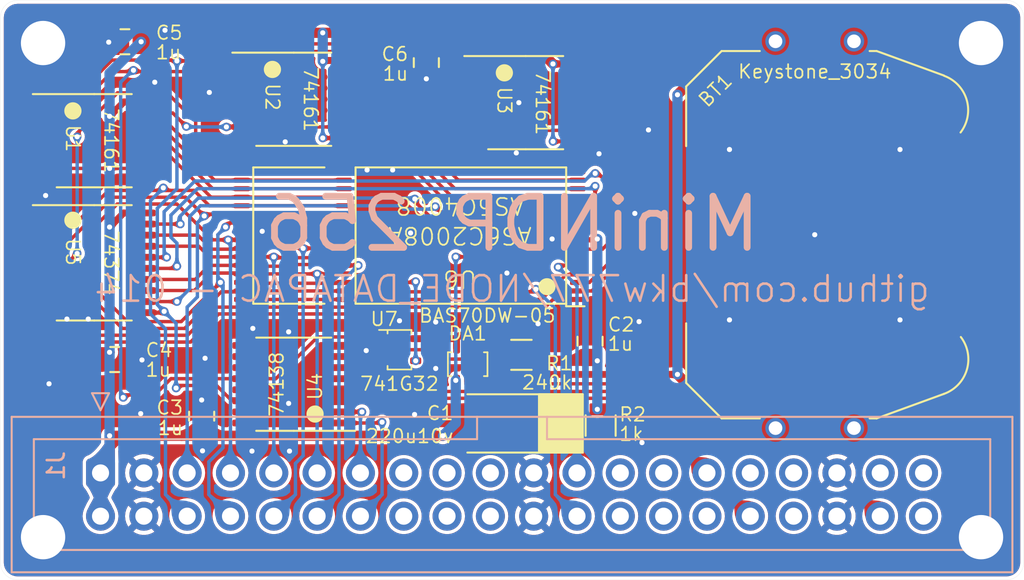
<source format=kicad_pcb>
(kicad_pcb (version 20221018) (generator pcbnew)
  (title_block (title "MiniNDP 256") (date "2023-11-13") (rev "014") (company "Brian K. White - b.kenyon.w@gmail.com") (comment 1 "github.com/bkw777/NODE_DATAPAC"))
  (layers (0 "F.Cu" signal) (31 "B.Cu" signal) (34 "B.Paste" user) (35 "F.Paste" user) (36 "B.SilkS" user "B.Silkscreen") (37 "F.SilkS" user "F.Silkscreen") (38 "B.Mask" user) (39 "F.Mask" user) (44 "Edge.Cuts" user))
  (net 0 "")
  (net 1 "GND")
  (net 2 "VMEM")
  (net 3 "VBUS")
  (net 4 "/AD0")
  (net 5 "/AD1")
  (net 6 "/AD2")
  (net 7 "/AD3")
  (net 8 "/AD4")
  (net 9 "/AD5")
  (net 10 "/AD6")
  (net 11 "/AD7")
  (net 12 "/A8")
  (net 13 "/A9")
  (net 14 "/A10")
  (net 15 "/A11")
  (net 16 "/A12")
  (net 17 "/A13")
  (net 18 "/A14")
  (net 19 "/A15")
  (net 20 "/~{RD}")
  (net 21 "/RAMRST")
  (net 22 "/~{Y0}")
  (net 23 "/(A)")
  (net 29 "/~{BLOCK}")
  (net 30 "/~{BYTE}")
  (net 31 "/CARRY0")
  (net 38 "/SLEEP")
  (net 39 "/A5")
  (net 40 "/A6")
  (net 41 "/CARRY1")
  (net 42 "/~{CE}")
  (net 43 "/A7")
  (net 44 "/BATT+")
  (net 45 "/BUS_A8")
  (net 46 "/BUS_A9")
  (net 47 "/A16")
  (net 48 "/A17")
  (net 49 "/A0")
  (net 50 "/A1")
  (net 51 "/A2")
  (net 52 "/A3")
  (net 53 "/A4")
  (net 69 "/~{WR}")
  (net 71 "Net-(C1-Pad1)")
  (footprint "000_LOCAL:CP_6032" (layer "F.Cu") (at 152.331 110.85 180)
    (fp_text reference "C1")
    (fp_text value "220u10v")
  )
  (footprint "000_LOCAL:MountHole_M2.5" (layer "F.Cu") (at 179.45 88.525)
    (fp_text reference "M1" hide)
    (fp_text value "MountHole_M2.5" hide)
  )
  (footprint "000_LOCAL:Fiducial_0.75_1.5" (layer "F.Cu") (at 175.95 88.025)
    (fp_text reference "F1" hide)
    (fp_text value "Fiducial_0.75_1.5" hide)
  )
  (footprint "000_LOCAL:MountHole_M2.5" (layer "F.Cu") (at 124.45 117.525)
    (fp_text reference "M3" hide)
    (fp_text value "MountHole_M2.5" hide)
  )
  (footprint "000_LOCAL:TSSOP-16" (layer "F.Cu") (at 139.15 108.55 180)
    (fp_text reference "U4")
    (fp_text value "74138")
  )
  (footprint "000_LOCAL:Fiducial_0.75_1.5" (layer "F.Cu") (at 179.95 114.025)
    (fp_text reference "F2" hide)
    (fp_text value "Fiducial_0.75_1.5" hide)
  )
  (footprint "000_LOCAL:MountHole_M2.5" (layer "F.Cu") (at 179.45 117.525)
    (fp_text reference "M2" hide)
    (fp_text value "MountHole_M2.5" hide)
  )
  (footprint "000_LOCAL:TSSOP-16" (layer "F.Cu") (at 139.15 91.825)
    (fp_text reference "U2")
    (fp_text value "74161")
  )
  (footprint "000_LOCAL:C_0805" (layer "F.Cu") (at 133.75 110.425 90)
    (fp_text reference "C3")
    (fp_text value "1u")
  )
  (footprint "000_LOCAL:SOT-363_SC-70-6_symmetric" (layer "F.Cu") (at 149.35 107.375 90)
    (fp_text reference "DA1")
    (fp_text value "BAS70DW-05")
  )
  (footprint "000_LOCAL:C_0805" (layer "F.Cu") (at 156.525 106.025 90)
    (fp_text reference "C2")
    (fp_text value "1u")
  )
  (footprint "000_LOCAL:R_0805" (layer "F.Cu") (at 157.146 110.975 -90)
    (fp_text reference "R2")
    (fp_text value "1k")
  )
  (footprint "000_LOCAL:SOT-353_SC-70-5" (layer "F.Cu") (at 145.35 106.525)
    (fp_text reference "U7")
    (fp_text value "741G32")
  )
  (footprint "000_LOCAL:R_0805" (layer "F.Cu") (at 152.5 106.825 180)
    (fp_text reference "R1")
    (fp_text value "240k")
  )
  (footprint "000_LOCAL:C_0805" (layer "F.Cu") (at 129.25 88.45 180)
    (fp_text reference "C5")
    (fp_text value "1u")
  )
  (footprint "000_LOCAL:TSSOP-16" (layer "F.Cu") (at 152.75 92.025)
    (fp_text reference "U3")
    (fp_text value "74161")
  )
  (footprint "000_LOCAL:Fiducial_0.75_1.5" (layer "F.Cu") (at 123.95 114.025)
    (fp_text reference "F3" hide)
    (fp_text value "Fiducial_0.75_1.5" hide)
  )
  (footprint "000_LOCAL:MountHole_M2.5" (layer "F.Cu") (at 124.45 88.525)
    (fp_text reference "M4" hide)
    (fp_text value "MountHole_M2.5" hide)
  )
  (footprint "000_LOCAL:Keystone_3028_3034" (layer "F.Cu") (at 169.7 99.775 90)
    (fp_text reference "BT1")
    (fp_text value "Keystone_3034")
  )
  (footprint "000_LOCAL:TSOP32-dual" (layer "F.Cu") (at 145.95 99.825 180)
    (fp_text reference "U6")
    (fp_text value "AS6C2008A")
  )
  (footprint "000_LOCAL:TSSOP-16" (layer "F.Cu") (at 127.45 94.2575)
    (fp_text reference "U1")
    (fp_text value "74161")
  )
  (footprint "000_LOCAL:C_0805" (layer "F.Cu") (at 146.925 89.675 -90)
    (fp_text reference "C6")
    (fp_text value "1u")
  )
  (footprint "000_LOCAL:C_0805" (layer "F.Cu") (at 128.65 107.1)
    (fp_text reference "C4")
    (fp_text value "1u")
  )
  (footprint "000_LOCAL:TSSOP-20" (layer "F.Cu") (at 127.45 101.425)
    (fp_text reference "U5")
    (fp_text value "74374")
  )
  (footprint "000_LOCAL:IDC-Header_2x20_P2.54mm_Vertical" (layer "B.Cu") (at 127.82 113.755 -90)
    (fp_text reference "J1")
    (fp_text value "Conn_02x20_Odd_Even")
  )
  (gr_arc (start 180.95 86.025) (mid 181.657107 86.317893) (end 181.95 87.025) (stroke (width 0.01)) (layer "Edge.Cuts"))
  (gr_line (start 122.95 86.025) (end 180.95 86.025) (stroke (width 0.01)) (layer "Edge.Cuts"))
  (gr_arc (start 121.95 87.025) (mid 122.242893 86.317893) (end 122.95 86.025) (stroke (width 0.01)) (layer "Edge.Cuts"))
  (gr_line (start 180.95 120.025) (end 122.95 120.025) (stroke (width 0.01)) (layer "Edge.Cuts"))
  (gr_arc (start 181.95 119.025) (mid 181.657107 119.732107) (end 180.95 120.025) (stroke (width 0.01)) (layer "Edge.Cuts"))
  (gr_line (start 181.95 87.025) (end 181.95 119.025) (stroke (width 0.01)) (layer "Edge.Cuts"))
  (gr_arc (start 122.95 120.025) (mid 122.242893 119.732107) (end 121.95 119.025) (stroke (width 0.01)) (layer "Edge.Cuts"))
  (gr_line (start 121.95 119.025) (end 121.95 87.025) (stroke (width 0.01)) (layer "Edge.Cuts"))
  (gr_text "MiniNDP 256" (at 151.95 99.15) (layer "B.SilkS") (effects (font (size 3 3) (thickness 0.4)) (justify mirror)))
  (gr_text "${COMMENT1} - ${REVISION}" (at 151.95 102.96) (layer "B.SilkS") (effects (font (size 1.5 1.5)) (justify mirror)))
  (via (at 136.75 105.275) (size 0.5) (drill 0.3) (layers "F.Cu" "B.Cu") (net 1))
  (via (at 133.95 107.025) (size 0.5) (drill 0.3) (layers "F.Cu" "B.Cu") (net 1))
  (via (at 133.75 109.475) (size 0.5) (drill 0.3) (layers "F.Cu" "B.Cu") (net 1))
  (via (at 169.7 99.775) (size 0.5) (drill 0.3) (layers "F.Cu" "B.Cu") (net 1))
  (via (at 164.7 94.775) (size 0.5) (drill 0.3) (layers "F.Cu" "B.Cu") (net 1))
  (via (at 145.35 104.825) (size 0.5) (drill 0.3) (layers "F.Cu" "B.Cu") (net 1))
  (via (at 130.175 110.275) (size 0.5) (drill 0.3) (layers "F.Cu" "B.Cu") (net 1))
  (via (at 174.7 94.775) (size 0.5) (drill 0.3) (layers "F.Cu" "B.Cu") (net 1))
  (via (at 143.45 95.975) (size 0.5) (drill 0.3) (layers "F.Cu" "B.Cu") (net 1))
  (via (at 138.85 109.675) (size 0.5) (drill 0.3) (layers "F.Cu" "B.Cu") (net 1))
  (via (at 133.8 112.4596) (size 0.5) (drill 0.3) (layers "F.Cu" "B.Cu") (net 1))
  (via (at 152.35 92.025) (size 0.5) (drill 0.3) (layers "F.Cu" "B.Cu") (net 1))
  (via (at 131.6 87.775) (size 0.5) (drill 0.3) (layers "F.Cu" "B.Cu") (net 1))
  (via (at 137.3 99.575) (size 0.5) (drill 0.3) (layers "F.Cu" "B.Cu") (net 1))
  (via (at 124.8 108.525) (size 0.5) (drill 0.3) (layers "F.Cu" "B.Cu") (net 1))
  (via (at 134.2 91.425) (size 0.5) (drill 0.3) (layers "F.Cu" "B.Cu") (net 1))
  (via (at 146 99.675) (size 0.5) (drill 0.3) (layers "F.Cu" "B.Cu") (net 1))
  (via (at 159.95 93.625) (size 0.5) (drill 0.3) (layers "F.Cu" "B.Cu") (net 1))
  (via (at 153.475 105) (size 0.5) (drill 0.3) (layers "F.Cu" "B.Cu") (net 1))
  (via (at 146.235 110.326) (size 0.5) (drill 0.3) (layers "F.Cu" "B.Cu") (net 1))
  (via (at 164.7 104.775) (size 0.5) (drill 0.3) (layers "F.Cu" "B.Cu") (net 1))
  (via (at 131 90.825) (size 0.5) (drill 0.3) (layers "F.Cu" "B.Cu") (net 1))
  (via (at 130.25 107.125) (size 0.5) (drill 0.3) (layers "F.Cu" "B.Cu") (net 1))
  (via (at 144.95 95.975) (size 0.5) (drill 0.3) (layers "F.Cu" "B.Cu") (net 1))
  (via (at 128.3 88.475) (size 0.5) (drill 0.3) (layers "F.Cu" "B.Cu") (net 1))
  (via (at 124.6 97.475) (size 0.5) (drill 0.3) (layers "F.Cu" "B.Cu") (net 1))
  (via (at 151.65 102.025) (size 0.5) (drill 0.3) (layers "F.Cu" "B.Cu") (net 1))
  (via (at 159.4 104.875) (size 0.5) (drill 0.3) (layers "F.Cu" "B.Cu") (net 1))
  (via (at 152.2 94.975) (size 0.5) (drill 0.3) (layers "F.Cu" "B.Cu") (net 1))
  (via (at 127.1 104.725) (size 0.5) (drill 0.3) (layers "F.Cu" "B.Cu") (net 1))
  (via (at 157.05 95.025) (size 0.5) (drill 0.3) (layers "F.Cu" "B.Cu") (net 1))
  (via (at 147.475 104.9) (size 0.5) (drill 0.3) (layers "F.Cu" "B.Cu") (net 1))
  (via (at 146.925 90.625) (size 0.5) (drill 0.3) (layers "F.Cu" "B.Cu") (net 1))
  (via (at 138.85 105.475) (size 0.5) (drill 0.3) (layers "F.Cu" "B.Cu") (net 1))
  (via (at 147.475 107.625) (size 0.5) (drill 0.3) (layers "F.Cu" "B.Cu") (net 1))
  (via (at 136.7 112.475) (size 0.5) (drill 0.3) (layers "F.Cu" "B.Cu") (net 1))
  (via (at 159.57 111.977) (size 0.5) (drill 0.3) (layers "F.Cu" "B.Cu") (net 1))
  (via (at 143.4 106.575) (size 0.5) (drill 0.3) (layers "F.Cu" "B.Cu") (net 1))
  (via (at 174.7 104.775) (size 0.5) (drill 0.3) (layers "F.Cu" "B.Cu") (net 1))
  (via (at 138.9 112.475) (size 0.5) (drill 0.3) (layers "F.Cu" "B.Cu") (net 1))
  (via (at 159.15 98.525) (size 0.5) (drill 0.3) (layers "F.Cu" "B.Cu") (net 1))
  (via (at 138.65 94.325) (size 0.5) (drill 0.3) (layers "F.Cu" "B.Cu") (net 1))
  (via (at 154.3 100.025) (size 0.5) (drill 0.3) (layers "F.Cu" "B.Cu") (net 1))
  (via (at 125.85 104.725) (size 0.5) (drill 0.3) (layers "F.Cu" "B.Cu") (net 1))
  (segment (start 153.45 106.525) (end 153.45 106.825) (width 0.4) (layer "F.Cu") (net 2))
  (segment (start 148.7 106.425) (end 148.7 105.875) (width 0.4) (layer "F.Cu") (net 2))
  (segment (start 157.146 110.025) (end 156.95 110.025) (width 0.6) (layer "F.Cu") (net 2))
  (segment (start 148.7 105.875) (end 146.3 105.875) (width 0.4) (layer "F.Cu") (net 2))
  (segment (start 153.45 106.825) (end 153.8 107.175) (width 0.6) (layer "F.Cu") (net 2))
  (segment (start 152.6 105.675) (end 153.45 106.525) (width 0.4) (layer "F.Cu") (net 2))
  (segment (start 156.95 100.075) (end 155.8 100.075) (width 0.3) (layer "F.Cu") (net 2))
  (segment (start 153.8 107.175) (end 156.95 107.175) (width 0.6) (layer "F.Cu") (net 2))
  (segment (start 148.7 105.875) (end 148.9 105.675) (width 0.4) (layer "F.Cu") (net 2))
  (segment (start 148.9 105.675) (end 152.6 105.675) (width 0.4) (layer "F.Cu") (net 2))
  (via (at 156.95 107.175) (size 0.5) (drill 0.3) (layers "F.Cu" "B.Cu") (net 2))
  (via (at 156.95 110.025) (size 0.5) (drill 0.3) (layers "F.Cu" "B.Cu") (net 2))
  (via (at 156.95 100.025) (size 0.5) (drill 0.3) (layers "F.Cu" "B.Cu") (net 2))
  (segment (start 156.95 110.025) (end 156.95 100.025) (width 0.6) (layer "B.Cu") (net 2))
  (segment (start 128.35 106.675) (end 127.925 107.1) (width 0.6) (layer "F.Cu") (net 3))
  (segment (start 128.35 111.575) (end 128.35 113.225) (width 0.6) (layer "F.Cu") (net 3))
  (segment (start 127.82 116.295) (end 127.82 113.755) (width 0.6) (layer "F.Cu") (net 3))
  (segment (start 127.925 107.1) (end 127.7 107.1) (width 0.6) (layer "F.Cu") (net 3))
  (segment (start 140.875 94.1) (end 142.1125 94.1) (width 0.2) (layer "F.Cu") (net 3))
  (segment (start 128.35 111.575) (end 133.55 111.575) (width 0.6) (layer "F.Cu") (net 3))
  (segment (start 128.35 99.325) (end 129.175 98.5) (width 0.4) (layer "F.Cu") (net 3))
  (segment (start 133.75 111.375) (end 133.95 111.575) (width 0.6) (layer "F.Cu") (net 3))
  (segment (start 137.4 88.725) (end 138.2 87.925) (width 0.6) (layer "F.Cu") (net 3))
  (segment (start 140.9 89.55) (end 140.85 89.6) (width 0.4) (layer "F.Cu") (net 3))
  (segment (start 128.35 95.8825) (end 124.5875 95.8825) (width 0.2) (layer "F.Cu") (net 3))
  (segment (start 129.175 98.5) (end 130.3125 98.5) (width 0.4) (layer "F.Cu") (net 3))
  (segment (start 147.9 111.575) (end 136.3 111.575) (width 0.6) (layer "F.Cu") (net 3))
  (segment (start 148.65 101.075) (end 155.8 101.075) (width 0.2) (layer "F.Cu") (net 3))
  (segment (start 144.05 87.925) (end 144.85 88.725) (width 0.6) (layer "F.Cu") (net 3))
  (segment (start 130.2 88.45) (end 130.475 88.725) (width 0.6) (layer "F.Cu") (net 3))
  (segment (start 128.35 113.225) (end 127.82 113.755) (width 0.6) (layer "F.Cu") (net 3))
  (segment (start 129.1925 91.9825) (end 128.35 92.825) (width 0.4) (layer "F.Cu") (net 3))
  (segment (start 133.55 111.575) (end 133.75 111.375) (width 0.6) (layer "F.Cu") (net 3))
  (segment (start 153.325 88.725) (end 154.35 89.75) (width 0.6) (layer "F.Cu") (net 3))
  (segment (start 130.475 88.725) (end 137.4 88.725) (width 0.6) (layer "F.Cu") (net 3))
  (segment (start 128.35 95.8825) (end 130.3125 95.8825) (width 0.2) (layer "F.Cu") (net 3))
  (segment (start 136.2875 111.5625) (end 136.2875 110.825) (width 0.4) (layer "F.Cu") (net 3))
  (segment (start 142.0125 89.55) (end 140.9 89.55) (width 0.4) (layer "F.Cu") (net 3))
  (segment (start 136.3 111.575) (end 136.2875 111.5625) (width 0.4) (layer "F.Cu") (net 3))
  (segment (start 146.925 88.725) (end 153.325 88.725) (width 0.6) (layer "F.Cu") (net 3))
  (segment (start 138.2 87.925) (end 144.05 87.925) (width 0.6) (layer "F.Cu") (net 3))
  (segment (start 128.35 112.225) (end 129 111.575) (width 0.6) (layer "F.Cu") (net 3))
  (segment (start 130.3125 96.5325) (end 130.3125 95.8825) (width 0.2) (layer "F.Cu") (net 3))
  (segment (start 154.35 89.75) (end 155.6125 89.75) (width 0.4) (layer "F.Cu") (net 3))
  (segment (start 148.7 108.325) (end 148.65 108.325) (width 0.2) (layer "F.Cu") (net 3))
  (segment (start 133.95 111.575) (end 136.3 111.575) (width 0.6) (layer "F.Cu") (net 3))
  (segment (start 130.3125 91.9825) (end 129.1925 91.9825) (width 0.4) (layer "F.Cu") (net 3))
  (segment (start 144.85 88.725) (end 146.925 88.725) (width 0.6) (layer "F.Cu") (net 3))
  (segment (start 128.35 106.675) (end 127.748959 106.675) (width 0.6) (layer "F.Cu") (net 3))
  (segment (start 154.35 94.3) (end 155.6125 94.3) (width 0.2) (layer "F.Cu") (net 3))
  (via (at 130.2 88.45) (size 0.5) (drill 0.3) (layers "F.Cu" "B.Cu") (net 3))
  (via (at 140.85 89.6) (size 0.5) (drill 0.3) (layers "F.Cu" "B.Cu") (net 3))
  (via (at 140.85 94.1) (size 0.5) (drill 0.3) (layers "F.Cu" "B.Cu") (net 3))
  (via (at 148.65 101.075) (size 0.5) (drill 0.3) (layers "F.Cu" "B.Cu") (net 3))
  (via (at 147.9 111.575) (size 0.5) (drill 0.3) (layers "F.Cu" "B.Cu") (net 3))
  (via (at 154.35 89.75) (size 0.5) (drill 0.3) (layers "F.Cu" "B.Cu") (net 3))
  (via (at 148.65 108.325) (size 0.5) (drill 0.3) (layers "F.Cu" "B.Cu") (net 3))
  (via (at 128.35 111.575) (size 0.5) (drill 0.3) (layers "F.Cu" "B.Cu") (net 3))
  (via (at 154.35 94.3) (size 0.5) (drill 0.3) (layers "F.Cu" "B.Cu") (net 3))
  (via (at 128.35 106.675) (size 0.5) (drill 0.3) (layers "F.Cu" "B.Cu") (net 3))
  (via (at 128.35 99.325) (size 0.5) (drill 0.3) (layers "F.Cu" "B.Cu") (net 3))
  (via (at 128.35 95.8825) (size 0.5) (drill 0.3) (layers "F.Cu" "B.Cu") (net 3))
  (via (at 140.85 87.925) (size 0.5) (drill 0.3) (layers "F.Cu" "B.Cu") (net 3))
  (via (at 128.35 92.825) (size 0.5) (drill 0.3) (layers "F.Cu" "B.Cu") (net 3))
  (segment (start 128.35 99.325) (end 128.35 107.125) (width 0.6) (layer "B.Cu") (net 3))
  (segment (start 128.35 113.225) (end 127.82 113.755) (width 0.6) (layer "B.Cu") (net 3))
  (segment (start 128.35 111.575) (end 128.35 113.225) (width 0.6) (layer "B.Cu") (net 3))
  (segment (start 154.35 94.3) (end 154.35 89.75) (width 0.2) (layer "B.Cu") (net 3))
  (segment (start 140.85 89.6) (end 140.85 94.1) (width 0.2) (layer "B.Cu") (net 3))
  (segment (start 130.2 88.45) (end 128.35 90.3) (width 0.6) (layer "B.Cu") (net 3))
  (segment (start 128.35 90.3) (end 128.35 95.8825) (width 0.6) (layer "B.Cu") (net 3))
  (segment (start 148.65 101.075) (end 148.65 108.325) (width 0.2) (layer "B.Cu") (net 3))
  (segment (start 147.9 111.575) (end 148.65 110.825) (width 0.6) (layer "B.Cu") (net 3))
  (segment (start 128.35 107.125) (end 128.35 111.575) (width 0.6) (layer "B.Cu") (net 3))
  (segment (start 128.35 95.8825) (end 128.35 99.325) (width 0.6) (layer "B.Cu") (net 3))
  (segment (start 127.82 116.295) (end 127.82 113.755) (width 0.6) (layer "B.Cu") (net 3))
  (segment (start 140.85 87.925) (end 140.85 89.6) (width 0.6) (layer "B.Cu") (net 3))
  (segment (start 148.65 110.825) (end 148.65 108.325) (width 0.6) (layer "B.Cu") (net 3))
  (segment (start 131.35 97.175) (end 128.2964 97.175) (width 0.2) (layer "F.Cu") (net 4))
  (segment (start 131.5 97.025) (end 131.35 97.175) (width 0.2) (layer "F.Cu") (net 4))
  (segment (start 128.2964 97.175) (end 125.6714 99.8) (width 0.2) (layer "F.Cu") (net 4))
  (segment (start 131.5 97.025) (end 131.65 97.175) (width 0.2) (layer "F.Cu") (net 4))
  (segment (start 134.2 98.075) (end 136.1 98.075) (width 0.2) (layer "F.Cu") (net 4))
  (segment (start 142.100001 98.075001) (end 136.1 98.075) (width 0.2) (layer "F.Cu") (net 4))
  (segment (start 133.3 97.175) (end 134.2 98.075) (width 0.2) (layer "F.Cu") (net 4))
  (segment (start 125.6714 99.8) (end 124.5875 99.8) (width 0.2) (layer "F.Cu") (net 4))
  (segment (start 131.65 97.175) (end 133.3 97.175) (width 0.2) (layer "F.Cu") (net 4))
  (via (at 131.5 97.025) (size 0.5) (drill 0.3) (layers "F.Cu" "B.Cu") (net 4))
  (segment (start 131.63 105.305) (end 131.63 115.025) (width 0.2) (layer "B.Cu") (net 4))
  (segment (start 131.63 115.025) (end 132.9 116.295) (width 0.2) (layer "B.Cu") (net 4))
  (segment (start 131.5 97.025) (end 130.75 97.775) (width 0.2) (layer "B.Cu") (net 4))
  (segment (start 130.75 97.775) (end 130.75 104.425) (width 0.2) (layer "B.Cu") (net 4))
  (segment (start 130.75 104.425) (end 131.63 105.305) (width 0.2) (layer "B.Cu") (net 4))
  (segment (start 128.553 97.575) (end 125.678 100.45) (width 0.2) (layer "F.Cu") (net 5))
  (segment (start 134 98.575) (end 136.1 98.575) (width 0.2) (layer "F.Cu") (net 5))
  (segment (start 132.8 97.575) (end 128.553 97.575) (width 0.2) (layer "F.Cu") (net 5))
  (segment (start 133.9 98.675) (end 132.8 97.575) (width 0.2) (layer "F.Cu") (net 5))
  (segment (start 136.099999 98.575) (end 142.099999 98.575) (width 0.2) (layer "F.Cu") (net 5))
  (segment (start 125.678 100.45) (end 124.5875 100.45) (width 0.2) (layer "F.Cu") (net 5))
  (segment (start 133.9 98.675) (end 134 98.575) (width 0.2) (layer "F.Cu") (net 5))
  (via (at 133.9 98.675) (size 0.5) (drill 0.3) (layers "F.Cu" "B.Cu") (net 5))
  (segment (start 133.9 98.675) (end 133.5 99.075) (width 0.2) (layer "B.Cu") (net 5))
  (segment (start 132.9 104.025) (end 132.9 113.755) (width 0.2) (layer "B.Cu") (net 5))
  (segment (start 133.5 99.075) (end 133.5 103.425) (width 0.2) (layer "B.Cu") (net 5))
  (segment (start 133.5 103.425) (end 132.9 104.025) (width 0.2) (layer "B.Cu") (net 5))
  (segment (start 142.100002 99.075) (end 142.050002 99.025) (width 0.2) (layer "F.Cu") (net 6))
  (segment (start 142.050002 99.025) (end 136.15 99.025) (width 0.2) (layer "F.Cu") (net 6))
  (segment (start 129.4 104.875) (end 127.575 103.05) (width 0.2) (layer "F.Cu") (net 6))
  (segment (start 127.575 103.05) (end 124.5875 103.05) (width 0.2) (layer "F.Cu") (net 6))
  (segment (start 134.85 102.575) (end 132.55 104.875) (width 0.2) (layer "F.Cu") (net 6))
  (segment (start 132.55 104.875) (end 129.4 104.875) (width 0.2) (layer "F.Cu") (net 6))
  (segment (start 136.15 99.025) (end 136.1 99.075) (width 0.2) (layer "F.Cu") (net 6))
  (segment (start 135.15 99.325) (end 135.4 99.075) (width 0.2) (layer "F.Cu") (net 6))
  (segment (start 135.4 99.075) (end 136.1 99.075) (width 0.2) (layer "F.Cu") (net 6))
  (via (at 135.15 99.325) (size 0.5) (drill 0.3) (layers "F.Cu" "B.Cu") (net 6))
  (via (at 134.85 102.575) (size 0.5) (drill 0.3) (layers "F.Cu" "B.Cu") (net 6))
  (segment (start 134.85 102.575) (end 134.7 102.425) (width 0.2) (layer "B.Cu") (net 6))
  (segment (start 134.17 115.025) (end 135.44 116.295) (width 0.2) (layer "B.Cu") (net 6))
  (segment (start 134.7 102.425) (end 134.7 99.775) (width 0.2) (layer "B.Cu") (net 6))
  (segment (start 135 112.275) (end 134.17 113.105) (width 0.2) (layer "B.Cu") (net 6))
  (segment (start 134.85 102.575) (end 135 102.725) (width 0.2) (layer "B.Cu") (net 6))
  (segment (start 134.17 113.105) (end 134.17 115.025) (width 0.2) (layer "B.Cu") (net 6))
  (segment (start 134.7 99.775) (end 135.15 99.325) (width 0.2) (layer "B.Cu") (net 6))
  (segment (start 135 102.725) (end 135 112.275) (width 0.2) (layer "B.Cu") (net 6))
  (segment (start 142.05 100.025) (end 138.35 100.025) (width 0.2) (layer "F.Cu") (net 7))
  (segment (start 136.15 100.125) (end 136.1 100.075) (width 0.2) (layer "F.Cu") (net 7))
  (segment (start 127.45 100.825) (end 127.45 99.325) (width 0.2) (layer "F.Cu") (net 7))
  (segment (start 135.3 100.075) (end 134.4 100.075) (width 0.2) (layer "F.Cu") (net 7))
  (segment (start 124.5875 102.4) (end 125.875 102.4) (width 0.2) (layer "F.Cu") (net 7))
  (segment (start 125.875 102.4) (end 127.45 100.825) (width 0.2) (layer "F.Cu") (net 7))
  (segment (start 138.35 100.025) (end 138.25 100.125) (width 0.2) (layer "F.Cu") (net 7))
  (segment (start 142.1 100.075) (end 142.05 100.025) (width 0.2) (layer "F.Cu") (net 7))
  (segment (start 138.25 100.125) (end 136.15 100.125) (width 0.2) (layer "F.Cu") (net 7))
  (segment (start 136.1 100.075) (end 135.3 100.075) (width 0.2) (layer "F.Cu") (net 7))
  (segment (start 127.45 99.325) (end 128.8 97.975) (width 0.2) (layer "F.Cu") (net 7))
  (segment (start 128.8 97.975) (end 132.3 97.975) (width 0.2) (layer "F.Cu") (net 7))
  (segment (start 132.3 97.975) (end 134.4 100.075) (width 0.2) (layer "F.Cu") (net 7))
  (via (at 135.3 100.075) (size 0.5) (drill 0.3) (layers "F.Cu" "B.Cu") (net 7))
  (segment (start 135.44 100.215) (end 135.44 113.755) (width 0.2) (layer "B.Cu") (net 7))
  (segment (start 135.3 100.075) (end 135.44 100.215) (width 0.2) (layer "B.Cu") (net 7))
  (segment (start 136.1 100.575) (end 136.15 100.525) (width 0.2) (layer "F.Cu") (net 8))
  (segment (start 139.7 100.575) (end 142.1 100.575) (width 0.2) (layer "F.Cu") (net 8))
  (segment (start 139.7 100.575) (end 142.100002 100.575) (width 0.2) (layer "F.Cu") (net 8))
  (segment (start 133.525 99.8) (end 130.3125 99.8) (width 0.2) (layer "F.Cu") (net 8))
  (segment (start 136.05 100.625) (end 134.35 100.625) (width 0.2) (layer "F.Cu") (net 8))
  (segment (start 139.65 100.525) (end 139.7 100.575) (width 0.2) (layer "F.Cu") (net 8))
  (segment (start 136.15 100.525) (end 139.65 100.525) (width 0.2) (layer "F.Cu") (net 8))
  (segment (start 134.35 100.625) (end 133.525 99.8) (width 0.2) (layer "F.Cu") (net 8))
  (segment (start 136.1 100.575) (end 136.05 100.625) (width 0.2) (layer "F.Cu") (net 8))
  (via (at 139.7 100.575) (size 0.5) (drill 0.3) (layers "F.Cu" "B.Cu") (net 8))
  (segment (start 139.25 113.1962) (end 139.25 115.025) (width 0.2) (layer "B.Cu") (net 8))
  (segment (start 139.25 115.025) (end 137.98 116.295) (width 0.2) (layer "B.Cu") (net 8))
  (segment (start 139.7 100.575) (end 139.7 112.7462) (width 0.2) (layer "B.Cu") (net 8))
  (segment (start 139.7 112.7462) (end 139.25 113.1962) (width 0.2) (layer "B.Cu") (net 8))
  (segment (start 137.98 101.075) (end 136.1 101.075) (width 0.2) (layer "F.Cu") (net 9))
  (segment (start 142.1 101.075) (end 142.05 101.125) (width 0.2) (layer "F.Cu") (net 9))
  (segment (start 142.05 101.125) (end 138.03 101.125) (width 0.2) (layer "F.Cu") (net 9))
  (segment (start 136.1 101.075) (end 134.2 101.075) (width 0.2) (layer "F.Cu") (net 9))
  (segment (start 134.2 101.075) (end 133.575 100.45) (width 0.2) (layer "F.Cu") (net 9))
  (segment (start 138.03 101.125) (end 137.98 101.075) (width 0.2) (layer "F.Cu") (net 9))
  (segment (start 133.575 100.45) (end 130.3125 100.45) (width 0.2) (layer "F.Cu") (net 9))
  (via (at 137.98 101.075) (size 0.5) (drill 0.3) (layers "F.Cu" "B.Cu") (net 9))
  (segment (start 137.98 101.075) (end 137.98 113.755) (width 0.2) (layer "B.Cu") (net 9))
  (segment (start 136.15 101.625) (end 136.1 101.575) (width 0.2) (layer "F.Cu") (net 10))
  (segment (start 142.933 101.574999) (end 142.100001 101.574999) (width 0.2) (layer "F.Cu") (net 10))
  (segment (start 139.25 101.625) (end 136.15 101.625) (width 0.2) (layer "F.Cu") (net 10))
  (segment (start 142.05 101.525) (end 139.35 101.525) (width 0.2) (layer "F.Cu") (net 10))
  (segment (start 136.1 101.575) (end 134.2 101.575) (width 0.2) (layer "F.Cu") (net 10))
  (segment (start 139.35 101.525) (end 139.25 101.625) (width 0.2) (layer "F.Cu") (net 10))
  (segment (start 142.1 101.575) (end 142.05 101.525) (width 0.2) (layer "F.Cu") (net 10))
  (segment (start 134.2 101.575) (end 133.375 102.4) (width 0.2) (layer "F.Cu") (net 10))
  (segment (start 133.375 102.4) (end 130.3125 102.4) (width 0.2) (layer "F.Cu") (net 10))
  (via (at 142.933 101.574999) (size 0.5) (drill 0.3) (layers "F.Cu" "B.Cu") (net 10))
  (segment (start 141.8 115.015) (end 140.52 116.295) (width 0.2) (layer "B.Cu") (net 10))
  (segment (start 141.8 102.707999) (end 141.8 115.015) (width 0.2) (layer "B.Cu") (net 10))
  (segment (start 142.933 101.574999) (end 141.8 102.707999) (width 0.2) (layer "B.Cu") (net 10))
  (segment (start 136.1 102.075) (end 140.52 102.075) (width 0.2) (layer "F.Cu") (net 11))
  (segment (start 136.05 102.025) (end 134.35 102.025) (width 0.2) (layer "F.Cu") (net 11))
  (segment (start 134.35 102.025) (end 133.325 103.05) (width 0.2) (layer "F.Cu") (net 11))
  (segment (start 136.1 102.075) (end 136.05 102.025) (width 0.2) (layer "F.Cu") (net 11))
  (segment (start 133.325 103.05) (end 130.3125 103.05) (width 0.2) (layer "F.Cu") (net 11))
  (segment (start 140.52 102.075) (end 142.1 102.075) (width 0.2) (layer "F.Cu") (net 11))
  (via (at 140.52 102.075) (size 0.5) (drill 0.3) (layers "F.Cu" "B.Cu") (net 11))
  (segment (start 140.52 102.075) (end 140.52 113.755) (width 0.2) (layer "B.Cu") (net 11))
  (segment (start 156.4875 102.575) (end 158 101.0625) (width 0.2) (layer "F.Cu") (net 12))
  (segment (start 158 93.275) (end 156.525 91.8) (width 0.2) (layer "F.Cu") (net 12))
  (segment (start 155.8 102.575) (end 156.4875 102.575) (width 0.2) (layer "F.Cu") (net 12))
  (segment (start 155.7125 91.8) (end 155.6125 91.7) (width 0.2) (layer "F.Cu") (net 12))
  (segment (start 158 101.0625) (end 158 93.275) (width 0.2) (layer "F.Cu") (net 12))
  (segment (start 156.525 91.8) (end 155.7125 91.8) (width 0.2) (layer "F.Cu") (net 12))
  (segment (start 155.6125 91.05) (end 155.7125 91.15) (width 0.2) (layer "F.Cu") (net 13))
  (segment (start 155.7125 91.15) (end 156.525 91.15) (width 0.2) (layer "F.Cu") (net 13))
  (segment (start 158.45 93.075) (end 158.45 101.25) (width 0.2) (layer "F.Cu") (net 13))
  (segment (start 156.525 91.15) (end 158.45 93.075) (width 0.2) (layer "F.Cu") (net 13))
  (segment (start 158.45 101.25) (end 156.625 103.075) (width 0.2) (layer "F.Cu") (net 13))
  (segment (start 156.625 103.075) (end 155.8 103.075) (width 0.2) (layer "F.Cu") (net 13))
  (segment (start 136.05 103.125) (end 136.1 103.075) (width 0.2) (layer "F.Cu") (net 14))
  (segment (start 134.9 103.125) (end 136.05 103.125) (width 0.2) (layer "F.Cu") (net 14))
  (segment (start 129.1 105.275) (end 132.75 105.275) (width 0.2) (layer "F.Cu") (net 14))
  (segment (start 142.100002 103.075) (end 136.1 103.075) (width 0.2) (layer "F.Cu") (net 14))
  (segment (start 124.5875 103.7) (end 127.525 103.7) (width 0.2) (layer "F.Cu") (net 14))
  (segment (start 132.75 105.275) (end 134.9 103.125) (width 0.2) (layer "F.Cu") (net 14))
  (segment (start 127.525 103.7) (end 129.1 105.275) (width 0.2) (layer "F.Cu") (net 14))
  (segment (start 123.05 104.925) (end 123.05 99.85) (width 0.2) (layer "F.Cu") (net 15))
  (segment (start 123.05 99.85) (end 123.65 99.25) (width 0.2) (layer "F.Cu") (net 15))
  (segment (start 124.4875 99.25) (end 124.5875 99.15) (width 0.2) (layer "F.Cu") (net 15))
  (segment (start 133.1 106.075) (end 124.2 106.075) (width 0.2) (layer "F.Cu") (net 15))
  (segment (start 124.2 106.075) (end 123.05 104.925) (width 0.2) (layer "F.Cu") (net 15))
  (segment (start 154.35 103.575) (end 153.9 104.025) (width 0.2) (layer "F.Cu") (net 15))
  (segment (start 134.75 104.425) (end 133.1 106.075) (width 0.2) (layer "F.Cu") (net 15))
  (segment (start 153.9 104.025) (end 143.65 104.025) (width 0.2) (layer "F.Cu") (net 15))
  (segment (start 155.8 103.575) (end 154.35 103.575) (width 0.2) (layer "F.Cu") (net 15))
  (segment (start 143.65 104.025) (end 143.25 104.425) (width 0.2) (layer "F.Cu") (net 15))
  (segment (start 143.25 104.425) (end 134.75 104.425) (width 0.2) (layer "F.Cu") (net 15))
  (segment (start 123.65 99.25) (end 124.4875 99.25) (width 0.2) (layer "F.Cu") (net 15))
  (segment (start 126.45 93.8125) (end 128.8125 91.45) (width 0.2) (layer "F.Cu") (net 16))
  (segment (start 133.4 94.125) (end 134.6 95.325) (width 0.2) (layer "F.Cu") (net 16))
  (segment (start 131.725 91.45) (end 133.4 93.125) (width 0.2) (layer "F.Cu") (net 16))
  (segment (start 125.675 101.65) (end 124.6875 101.65) (width 0.2) (layer "F.Cu") (net 16))
  (segment (start 126.45 94.025) (end 126.45 93.8125) (width 0.2) (layer "F.Cu") (net 16))
  (segment (start 134.6 95.325) (end 145.58 95.325) (width 0.2) (layer "F.Cu") (net 16))
  (segment (start 128.8125 91.45) (end 131.725 91.45) (width 0.2) (layer "F.Cu") (net 16))
  (segment (start 124.6875 101.65) (end 124.5875 101.75) (width 0.2) (layer "F.Cu") (net 16))
  (segment (start 148.33 98.075) (end 155.8 98.075) (width 0.2) (layer "F.Cu") (net 16))
  (segment (start 126.45 100.875) (end 125.675 101.65) (width 0.2) (layer "F.Cu") (net 16))
  (segment (start 145.58 95.325) (end 148.33 98.075) (width 0.2) (layer "F.Cu") (net 16))
  (segment (start 133.4 93.125) (end 133.4 94.125) (width 0.2) (layer "F.Cu") (net 16))
  (via (at 126.45 94.025) (size 0.5) (drill 0.3) (layers "F.Cu" "B.Cu") (net 16))
  (via (at 126.45 100.875) (size 0.5) (drill 0.3) (layers "F.Cu" "B.Cu") (net 16))
  (segment (start 126.45 100.875) (end 126.45 94.025) (width 0.2) (layer "B.Cu") (net 16))
  (segment (start 153.67 103.575) (end 143.45 103.575) (width 0.2) (layer "F.Cu") (net 17))
  (segment (start 143 104.025) (end 134.575 104.025) (width 0.2) (layer "F.Cu") (net 17))
  (segment (start 123.675 101.2) (end 124.4875 101.2) (width 0.2) (layer "F.Cu") (net 17))
  (segment (start 124.4 105.675) (end 123.45 104.725) (width 0.2) (layer "F.Cu") (net 17))
  (segment (start 155.8 102.075) (end 155.75 102.125) (width 0.2) (layer "F.Cu") (net 17))
  (segment (start 124.4875 101.2) (end 124.5875 101.1) (width 0.2) (layer "F.Cu") (net 17))
  (segment (start 132.925 105.675) (end 124.4 105.675) (width 0.2) (layer "F.Cu") (net 17))
  (segment (start 143.45 103.575) (end 143 104.025) (width 0.2) (layer "F.Cu") (net 17))
  (segment (start 123.45 101.425) (end 123.675 101.2) (width 0.2) (layer "F.Cu") (net 17))
  (segment (start 134.575 104.025) (end 132.925 105.675) (width 0.2) (layer "F.Cu") (net 17))
  (segment (start 155.75 102.125) (end 155.12 102.125) (width 0.2) (layer "F.Cu") (net 17))
  (segment (start 123.45 104.725) (end 123.45 101.425) (width 0.2) (layer "F.Cu") (net 17))
  (segment (start 155.12 102.125) (end 153.67 103.575) (width 0.2) (layer "F.Cu") (net 17))
  (segment (start 147.9 98.575) (end 155.8 98.575) (width 0.2) (layer "F.Cu") (net 18))
  (segment (start 147.45 98.125) (end 147.9 98.575) (width 0.2) (layer "F.Cu") (net 18))
  (segment (start 132.3 103.7) (end 130.3125 103.7) (width 0.2) (layer "F.Cu") (net 18))
  (via (at 147.45 98.125) (size 0.5) (drill 0.3) (layers "F.Cu" "B.Cu") (net 18))
  (via (at 132.3 103.7) (size 0.5) (drill 0.3) (layers "F.Cu" "B.Cu") (net 18))
  (segment (start 133.675 98.075) (end 145.4 98.075) (width 0.2) (layer "B.Cu") (net 18))
  (segment (start 133.05 102.95) (end 133.05 98.7) (width 0.2) (layer "B.Cu") (net 18))
  (segment (start 147.3 98.275) (end 147.45 98.125) (width 0.2) (layer "B.Cu") (net 18))
  (segment (start 145.4 98.075) (end 145.6 98.275) (width 0.2) (layer "B.Cu") (net 18))
  (segment (start 132.3 103.7) (end 133.05 102.95) (width 0.2) (layer "B.Cu") (net 18))
  (segment (start 145.6 98.275) (end 147.3 98.275) (width 0.2) (layer "B.Cu") (net 18))
  (segment (start 133.05 98.7) (end 133.675 98.075) (width 0.2) (layer "B.Cu") (net 18))
  (segment (start 157 96.175) (end 157.55 96.725) (width 0.2) (layer "F.Cu") (net 19))
  (segment (start 131.7 101.1) (end 130.3125 101.1) (width 0.2) (layer "F.Cu") (net 19))
  (segment (start 157.55 100.325) (end 157.25 100.625) (width 0.2) (layer "F.Cu") (net 19))
  (segment (start 155.85 100.625) (end 155.8 100.575) (width 0.2) (layer "F.Cu") (net 19))
  (segment (start 157.25 100.625) (end 155.85 100.625) (width 0.2) (layer "F.Cu") (net 19))
  (segment (start 156.825 96.175) (end 157 96.175) (width 0.2) (layer "F.Cu") (net 19))
  (segment (start 157.55 96.725) (end 157.55 100.325) (width 0.2) (layer "F.Cu") (net 19))
  (via (at 156.825 96.175) (size 0.5) (drill 0.3) (layers "F.Cu" "B.Cu") (net 19))
  (via (at 131.7 101.1) (size 0.5) (drill 0.3) (layers "F.Cu" "B.Cu") (net 19))
  (segment (start 156.2 96.625) (end 156.65 96.175) (width 0.2) (layer "B.Cu") (net 19))
  (segment (start 131.7 101.1) (end 131.55 100.95) (width 0.2) (layer "B.Cu") (net 19))
  (segment (start 133.35 96.625) (end 156.2 96.625) (width 0.2) (layer "B.Cu") (net 19))
  (segment (start 131.55 100.95) (end 131.55 98.425) (width 0.2) (layer "B.Cu") (net 19))
  (segment (start 131.55 98.425) (end 133.35 96.625) (width 0.2) (layer "B.Cu") (net 19))
  (segment (start 156.65 96.175) (end 156.825 96.175) (width 0.2) (layer "B.Cu") (net 19))
  (segment (start 153.2 103.125) (end 143.25 103.125) (width 0.2) (layer "F.Cu") (net 20))
  (segment (start 153.35 102.975) (end 153.2 103.125) (width 0.2) (layer "F.Cu") (net 20))
  (segment (start 142.8 103.575) (end 142.1 103.575) (width 0.2) (layer "F.Cu") (net 20))
  (segment (start 143.25 103.125) (end 142.8 103.575) (width 0.2) (layer "F.Cu") (net 20))
  (segment (start 136.1 103.574999) (end 142.099999 103.575) (width 0.2) (layer "F.Cu") (net 20))
  (via (at 153.35 102.975) (size 0.5) (drill 0.3) (layers "F.Cu" "B.Cu") (net 20))
  (segment (start 154.49 115.025) (end 155.76 116.295) (width 0.2) (layer "B.Cu") (net 20))
  (segment (start 154.49 104.115) (end 154.49 115.025) (width 0.2) (layer "B.Cu") (net 20))
  (segment (start 153.35 102.975) (end 154.49 104.115) (width 0.2) (layer "B.Cu") (net 20))
  (segment (start 172.27 115.025) (end 167.713875 115.025) (width 0.2) (layer "F.Cu") (net 21))
  (segment (start 164.8 112.325) (end 161 108.525) (width 0.2) (layer "F.Cu") (net 21))
  (segment (start 173.54 116.295) (end 172.27 115.025) (width 0.2) (layer "F.Cu") (net 21))
  (segment (start 161 108.525) (end 150.2 108.525) (width 0.2) (layer "F.Cu") (net 21))
  (segment (start 150.2 108.525) (end 150 108.325) (width 0.2) (layer "F.Cu") (net 21))
  (segment (start 167.713875 115.025) (end 167.19 114.501125) (width 0.2) (layer "F.Cu") (net 21))
  (segment (start 166.395 112.325) (end 164.8 112.325) (width 0.2) (layer "F.Cu") (net 21))
  (segment (start 167.19 113.12) (end 166.395 112.325) (width 0.2) (layer "F.Cu") (net 21))
  (segment (start 167.19 114.501125) (end 167.19 113.12) (width 0.2) (layer "F.Cu") (net 21))
  (segment (start 142.0125 108.225) (end 143.25 108.225) (width 0.2) (layer "F.Cu") (net 22))
  (segment (start 144.75 108.825) (end 145.3 109.375) (width 0.2) (layer "F.Cu") (net 22))
  (segment (start 143.85 108.825) (end 144.75 108.825) (width 0.2) (layer "F.Cu") (net 22))
  (segment (start 145.3 109.375) (end 159 109.375) (width 0.2) (layer "F.Cu") (net 22))
  (segment (start 159 109.375) (end 163.38 113.755) (width 0.2) (layer "F.Cu") (net 22))
  (segment (start 143.25 108.225) (end 143.85 108.825) (width 0.2) (layer "F.Cu") (net 22))
  (segment (start 164.65 113.025) (end 160.6 108.975) (width 0.2) (layer "F.Cu") (net 23))
  (segment (start 160.6 108.975) (end 145.55 108.975) (width 0.2) (layer "F.Cu") (net 23))
  (segment (start 165.92 116.295) (end 164.65 115.025) (width 0.2) (layer "F.Cu") (net 23))
  (segment (start 145.55 108.975) (end 144.95 108.375) (width 0.2) (layer "F.Cu") (net 23))
  (segment (start 143.25 107.575) (end 142.0125 107.575) (width 0.2) (layer "F.Cu") (net 23))
  (segment (start 144.95 108.375) (end 144.05 108.375) (width 0.2) (layer "F.Cu") (net 23))
  (segment (start 144.05 108.375) (end 143.25 107.575) (width 0.2) (layer "F.Cu") (net 23))
  (segment (start 164.65 115.025) (end 164.65 113.025) (width 0.2) (layer "F.Cu") (net 23))
  (segment (start 134.625 108.625) (end 135.425 109.425) (width 0.2) (layer "F.Cu") (net 29))
  (segment (start 136.2875 89.55) (end 137.525 89.55) (width 0.2) (layer "F.Cu") (net 29))
  (segment (start 126.0425 91.9825) (end 124.5875 91.9825) (width 0.2) (layer "F.Cu") (net 29))
  (segment (start 131.55 104.275) (end 131.475 104.35) (width 0.2) (layer "F.Cu") (net 29))
  (segment (start 144.75 89.675) (end 149.8125 89.675) (width 0.2) (layer "F.Cu") (net 29))
  (segment (start 138.5 88.575) (end 143.65 88.575) (width 0.2) (layer "F.Cu") (net 29))
  (segment (start 132.3 89.575) (end 136.2625 89.575) (width 0.2) (layer "F.Cu") (net 29))
  (segment (start 131.475 104.35) (end 130.3125 104.35) (width 0.2) (layer "F.Cu") (net 29))
  (segment (start 132.25 89.525) (end 128.5 89.525) (width 0.2) (layer "F.Cu") (net 29))
  (segment (start 143.65 88.575) (end 144.75 89.675) (width 0.2) (layer "F.Cu") (net 29))
  (segment (start 135.425 109.425) (end 136.1875 109.425) (width 0.2) (layer "F.Cu") (net 29))
  (segment (start 136.2625 89.575) (end 136.2875 89.55) (width 0.2) (layer "F.Cu") (net 29))
  (segment (start 128.5 89.525) (end 126.0425 91.9825) (width 0.2) (layer "F.Cu") (net 29))
  (segment (start 137.525 89.55) (end 138.5 88.575) (width 0.2) (layer "F.Cu") (net 29))
  (segment (start 132.3 89.575) (end 132.25 89.525) (width 0.2) (layer "F.Cu") (net 29))
  (segment (start 149.8125 89.675) (end 149.8875 89.75) (width 0.2) (layer "F.Cu") (net 29))
  (segment (start 132.25 108.775) (end 132.4 108.625) (width 0.2) (layer "F.Cu") (net 29))
  (segment (start 136.1875 109.425) (end 136.2875 109.525) (width 0.2) (layer "F.Cu") (net 29))
  (segment (start 132.4 108.625) (end 134.625 108.625) (width 0.2) (layer "F.Cu") (net 29))
  (via (at 132.25 108.775) (size 0.5) (drill 0.3) (layers "F.Cu" "B.Cu") (net 29))
  (via (at 132.3 89.575) (size 0.5) (drill 0.3) (layers "F.Cu" "B.Cu") (net 29))
  (via (at 131.55 104.275) (size 0.5) (drill 0.3) (layers "F.Cu" "B.Cu") (net 29))
  (segment (start 131.15 103.875) (end 131.15 98.225) (width 0.2) (layer "B.Cu") (net 29))
  (segment (start 132.3 97.075) (end 132.3 89.575) (width 0.2) (layer "B.Cu") (net 29))
  (segment (start 132.25 104.975) (end 131.55 104.275) (width 0.2) (layer "B.Cu") (net 29))
  (segment (start 132.25 108.775) (end 132.25 104.975) (width 0.2) (layer "B.Cu") (net 29))
  (segment (start 131.55 104.275) (end 131.15 103.875) (width 0.2) (layer "B.Cu") (net 29))
  (segment (start 131.15 98.225) (end 132.3 97.075) (width 0.2) (layer "B.Cu") (net 29))
  (segment (start 140.55 105.775) (end 138.1 108.225) (width 0.2) (layer "F.Cu") (net 30))
  (segment (start 143.35 89.025) (end 145.95 91.625) (width 0.2) (layer "F.Cu") (net 30))
  (segment (start 131.95 108.225) (end 136.2875 108.225) (width 0.2) (layer "F.Cu") (net 30))
  (segment (start 149.7875 90.5) (end 149.8875 90.4) (width 0.2) (layer "F.Cu") (net 30))
  (segment (start 144.3 105.775) (end 140.55 105.775) (width 0.2) (layer "F.Cu") (net 30))
  (segment (start 137.525 90.2) (end 138.7 89.025) (width 0.2) (layer "F.Cu") (net 30))
  (segment (start 131 109.175) (end 131.95 108.225) (width 0.2) (layer "F.Cu") (net 30))
  (segment (start 128.525 90.2) (end 126.0925 92.6325) (width 0.2) (layer "F.Cu") (net 30))
  (segment (start 126.0925 92.6325) (end 124.5875 92.6325) (width 0.2) (layer "F.Cu") (net 30))
  (segment (start 138.1 108.225) (end 136.2875 108.225) (width 0.2) (layer "F.Cu") (net 30))
  (segment (start 129.875 90.2) (end 136.2875 90.2) (width 0.2) (layer "F.Cu") (net 30))
  (segment (start 138.7 89.025) (end 143.35 89.025) (width 0.2) (layer "F.Cu") (net 30))
  (segment (start 136.2875 90.2) (end 137.525 90.2) (width 0.2) (layer "F.Cu") (net 30))
  (segment (start 129.3 109.175) (end 131 109.175) (width 0.2) (layer "F.Cu") (net 30))
  (segment (start 129.15 109.325) (end 129.3 109.175) (width 0.2) (layer "F.Cu") (net 30))
  (segment (start 144.4 105.875) (end 144.3 105.775) (width 0.2) (layer "F.Cu") (net 30))
  (segment (start 129.75 90.075) (end 129.625 90.2) (width 0.2) (layer "F.Cu") (net 30))
  (segment (start 145.95 91.625) (end 147.9 91.625) (width 0.2) (layer "F.Cu") (net 30))
  (segment (start 129.75 90.075) (end 129.875 90.2) (width 0.2) (layer "F.Cu") (net 30))
  (segment (start 149.025 90.5) (end 149.7875 90.5) (width 0.2) (layer "F.Cu") (net 30))
  (segment (start 147.9 91.625) (end 149.025 90.5) (width 0.2) (layer "F.Cu") (net 30))
  (segment (start 129.625 90.2) (end 128.525 90.2) (width 0.2) (layer "F.Cu") (net 30))
  (via (at 129.15 109.325) (size 0.5) (drill 0.3) (layers "F.Cu" "B.Cu") (net 30))
  (via (at 129.75 90.125) (size 0.5) (drill 0.3) (layers "F.Cu" "B.Cu") (net 30))
  (segment (start 129.15 109.325) (end 129 109.175) (width 0.2) (layer "B.Cu") (net 30))
  (segment (start 129 90.825) (end 129.75 90.075) (width 0.2) (layer "B.Cu") (net 30))
  (segment (start 129 109.175) (end 129 90.825) (width 0.2) (layer "B.Cu") (net 30))
  (segment (start 136.2875 93.45) (end 142.0125 93.45) (width 0.2) (layer "F.Cu") (net 31))
  (segment (start 132.0575 92.6325) (end 130.3125 92.6325) (width 0.2) (layer "F.Cu") (net 31))
  (segment (start 135.2 93.45) (end 136.2875 93.45) (width 0.2) (layer "F.Cu") (net 31))
  (segment (start 132.85 93.425) (end 132.0575 92.6325) (width 0.2) (layer "F.Cu") (net 31))
  (via (at 132.85 93.425) (size 0.5) (drill 0.3) (layers "F.Cu" "B.Cu") (net 31))
  (via (at 135.2 93.45) (size 0.5) (drill 0.3) (layers "F.Cu" "B.Cu") (net 31))
  (segment (start 132.875 93.45) (end 135.2 93.45) (width 0.2) (layer "B.Cu") (net 31))
  (segment (start 132.85 93.425) (end 132.875 93.45) (width 0.2) (layer "B.Cu") (net 31))
  (segment (start 148.25 107.075) (end 147.7 106.525) (width 0.2) (layer "F.Cu") (net 38))
  (segment (start 147.7 106.525) (end 144.4 106.525) (width 0.2) (layer "F.Cu") (net 38))
  (segment (start 150 106.95) (end 150.125 107.075) (width 0.2) (layer "F.Cu") (net 38))
  (segment (start 151.3 107.075) (end 148.25 107.075) (width 0.2) (layer "F.Cu") (net 38))
  (segment (start 151.55 106.825) (end 151.3 107.075) (width 0.2) (layer "F.Cu") (net 38))
  (segment (start 150 107.075) (end 150 106.425) (width 0.2) (layer "F.Cu") (net 38))
  (segment (start 150 106.95) (end 149.875 107.075) (width 0.2) (layer "F.Cu") (net 38))
  (segment (start 143.725 91.5) (end 148.8 96.575) (width 0.2) (layer "F.Cu") (net 39))
  (segment (start 148.8 96.575) (end 155.8 96.575) (width 0.2) (layer "F.Cu") (net 39))
  (segment (start 142.0125 91.5) (end 143.725 91.5) (width 0.2) (layer "F.Cu") (net 39))
  (segment (start 155.8 97.075) (end 148.6 97.075) (width 0.2) (layer "F.Cu") (net 40))
  (segment (start 143.675 92.15) (end 142.0125 92.15) (width 0.2) (layer "F.Cu") (net 40))
  (segment (start 148.6 97.075) (end 143.675 92.15) (width 0.2) (layer "F.Cu") (net 40))
  (segment (start 143.825 90.2) (end 147.275 93.65) (width 0.2) (layer "F.Cu") (net 41))
  (segment (start 149.8875 93.65) (end 155.6125 93.65) (width 0.2) (layer "F.Cu") (net 41))
  (segment (start 142.0125 90.2) (end 143.825 90.2) (width 0.2) (layer "F.Cu") (net 41))
  (segment (start 147.275 93.65) (end 149.8875 93.65) (width 0.2) (layer "F.Cu") (net 41))
  (segment (start 142.05 102.625) (end 142.1 102.575) (width 0.2) (layer "F.Cu") (net 42))
  (segment (start 146.3 102.525) (end 146.25 102.575) (width 0.2) (layer "F.Cu") (net 42))
  (segment (start 136.15 102.625) (end 142.05 102.625) (width 0.2) (layer "F.Cu") (net 42))
  (segment (start 136.1 102.575) (end 136.15 102.625) (width 0.2) (layer "F.Cu") (net 42))
  (segment (start 146.25 102.575) (end 142.1 102.575) (width 0.2) (layer "F.Cu") (net 42))
  (via (at 146.3 107.175) (size 0.5) (drill 0.3) (layers "F.Cu" "B.Cu") (net 42))
  (via (at 146.3 102.525) (size 0.5) (drill 0.3) (layers "F.Cu" "B.Cu") (net 42))
  (segment (start 146.3 102.525) (end 146.3 107.175) (width 0.2) (layer "B.Cu") (net 42))
  (segment (start 148.45 97.575) (end 143.675 92.8) (width 0.2) (layer "F.Cu") (net 43))
  (segment (start 143.675 92.8) (end 142.0125 92.8) (width 0.2) (layer "F.Cu") (net 43))
  (segment (start 155.8 97.575) (end 148.45 97.575) (width 0.2) (layer "F.Cu") (net 43))
  (segment (start 161.65 107.975) (end 164.8 111.125) (width 0.6) (layer "F.Cu") (net 44))
  (segment (start 150.9125 107.975) (end 150.5125 107.575) (width 0.4) (layer "F.Cu") (net 44))
  (segment (start 161.65 91.561) (end 164.786 88.425) (width 0.6) (layer "F.Cu") (net 44))
  (segment (start 150.5125 107.575) (end 149.55 107.575) (width 0.4) (layer "F.Cu") (net 44))
  (segment (start 149.55 107.575) (end 149.35 107.775) (width 0.4) (layer "F.Cu") (net 44))
  (segment (start 164.8 111.125) (end 169.7 111.125) (width 0.6) (layer "F.Cu") (net 44))
  (segment (start 161.65 107.975) (end 150.9125 107.975) (width 0.4) (layer "F.Cu") (net 44))
  (segment (start 149.35 107.775) (end 149.35 108.375) (width 0.4) (layer "F.Cu") (net 44))
  (segment (start 164.786 88.425) (end 169.7 88.425) (width 0.6) (layer "F.Cu") (net 44))
  (via (at 167.4 88.425) (size 1.2) (drill 0.8) (layers "F.Cu" "B.Cu") (net 44))
  (via (at 167.4 111.125) (size 1.2) (drill 0.8) (layers "F.Cu" "B.Cu") (net 44))
  (via (at 161.65 91.561) (size 0.5) (drill 0.3) (layers "F.Cu" "B.Cu") (net 44))
  (via (at 161.65 107.975) (size 0.5) (drill 0.3) (layers "F.Cu" "B.Cu") (net 44))
  (via (at 172 111.125) (size 1.2) (drill 0.8) (layers "F.Cu" "B.Cu") (net 44))
  (via (at 172 88.425) (size 1.2) (drill 0.8) (layers "F.Cu" "B.Cu") (net 44))
  (segment (start 161.65 91.561) (end 161.65 107.975) (width 0.6) (layer "B.Cu") (net 44))
  (segment (start 144.28 110.825) (end 142.0125 110.825) (width 0.2) (layer "F.Cu") (net 45))
  (segment (start 144.33 110.775) (end 144.28 110.825) (width 0.2) (layer "F.Cu") (net 45))
  (via (at 144.33 110.775) (size 0.5) (drill 0.3) (layers "F.Cu" "B.Cu") (net 45))
  (segment (start 144.33 115.025) (end 143.06 116.295) (width 0.2) (layer "B.Cu") (net 45))
  (segment (start 144.33 110.775) (end 144.33 115.025) (width 0.2) (layer "B.Cu") (net 45))
  (segment (start 143.15 110.175) (end 142.0125 110.175) (width 0.2) (layer "F.Cu") (net 46))
  (via (at 143.15 110.175) (size 0.5) (drill 0.3) (layers "F.Cu" "B.Cu") (net 46))
  (segment (start 143.15 110.175) (end 143.06 110.265) (width 0.2) (layer "B.Cu") (net 46))
  (segment (start 143.06 110.265) (end 143.06 113.755) (width 0.2) (layer "B.Cu") (net 46))
  (segment (start 147.5 99.075) (end 155.8 99.075) (width 0.2) (layer "F.Cu") (net 47))
  (segment (start 132.5 99.15) (end 130.3125 99.15) (width 0.2) (layer "F.Cu") (net 47))
  (segment (start 146.25 97.675) (end 146.25 97.825) (width 0.2) (layer "F.Cu") (net 47))
  (segment (start 146.25 97.825) (end 147.5 99.075) (width 0.2) (layer "F.Cu") (net 47))
  (via (at 146.25 97.675) (size 0.5) (drill 0.3) (layers "F.Cu" "B.Cu") (net 47))
  (via (at 132.5 99.15) (size 0.5) (drill 0.3) (layers "F.Cu" "B.Cu") (net 47))
  (segment (start 133.55 97.625) (end 146.2 97.625) (width 0.2) (layer "B.Cu") (net 47))
  (segment (start 132.5 98.675) (end 133.55 97.625) (width 0.2) (layer "B.Cu") (net 47))
  (segment (start 132.5 99.15) (end 132.5 98.675) (width 0.2) (layer "B.Cu") (net 47))
  (segment (start 146.2 97.625) (end 146.25 97.675) (width 0.2) (layer "B.Cu") (net 47))
  (segment (start 156.825 99.175) (end 156.475 99.525) (width 0.2) (layer "F.Cu") (net 48))
  (segment (start 132.175 101.75) (end 130.3125 101.75) (width 0.2) (layer "F.Cu") (net 48))
  (segment (start 156.475 99.525) (end 155.85 99.525) (width 0.2) (layer "F.Cu") (net 48))
  (segment (start 132.3 101.625) (end 132.175 101.75) (width 0.2) (layer "F.Cu") (net 48))
  (segment (start 156.825 96.925) (end 156.825 99.175) (width 0.2) (layer "F.Cu") (net 48))
  (segment (start 155.85 99.525) (end 155.8 99.575) (width 0.2) (layer "F.Cu") (net 48))
  (via (at 156.825 96.925) (size 0.5) (drill 0.3) (layers "F.Cu" "B.Cu") (net 48))
  (via (at 132.3 101.625) (size 0.5) (drill 0.3) (layers "F.Cu" "B.Cu") (net 48))
  (segment (start 132.3 101.625) (end 132.3 100.275) (width 0.2) (layer "B.Cu") (net 48))
  (segment (start 156.675 97.075) (end 156.825 96.925) (width 0.2) (layer "B.Cu") (net 48))
  (segment (start 131.95 99.925) (end 131.95 98.625) (width 0.2) (layer "B.Cu") (net 48))
  (segment (start 131.95 98.625) (end 133.5 97.075) (width 0.2) (layer "B.Cu") (net 48))
  (segment (start 133.5 97.075) (end 156.675 97.075) (width 0.2) (layer "B.Cu") (net 48))
  (segment (start 132.3 100.275) (end 131.95 99.925) (width 0.2) (layer "B.Cu") (net 48))
  (segment (start 136.1 97.575) (end 142.1 97.575) (width 0.2) (layer "F.Cu") (net 49))
  (segment (start 130.3125 95.2325) (end 131.9575 95.2325) (width 0.2) (layer "F.Cu") (net 49))
  (segment (start 131.9575 95.2325) (end 134.3 97.575) (width 0.2) (layer "F.Cu") (net 49))
  (segment (start 134.3 97.575) (end 136.1 97.575) (width 0.2) (layer "F.Cu") (net 49))
  (segment (start 131.9075 94.5825) (end 134.4 97.075) (width 0.2) (layer "F.Cu") (net 50))
  (segment (start 130.3125 94.5825) (end 131.9075 94.5825) (width 0.2) (layer "F.Cu") (net 50))
  (segment (start 134.4 97.075) (end 136.1 97.075) (width 0.2) (layer "F.Cu") (net 50))
  (segment (start 142.1 97.075) (end 136.1 97.075) (width 0.2) (layer "F.Cu") (net 50))
  (segment (start 130.3125 93.9325) (end 131.8575 93.9325) (width 0.2) (layer "F.Cu") (net 51))
  (segment (start 131.8575 93.9325) (end 134.5 96.575) (width 0.2) (layer "F.Cu") (net 51))
  (segment (start 134.5 96.575) (end 136.1 96.575) (width 0.2) (layer "F.Cu") (net 51))
  (segment (start 136.1 96.575) (end 142.100002 96.575) (width 0.2) (layer "F.Cu") (net 51))
  (segment (start 136.1 96.075001) (end 142.099999 96.075) (width 0.2) (layer "F.Cu") (net 52))
  (segment (start 130.3125 93.2825) (end 131.8075 93.2825) (width 0.2) (layer "F.Cu") (net 52))
  (segment (start 134.6 96.075) (end 136.1 96.075) (width 0.2) (layer "F.Cu") (net 52))
  (segment (start 131.8075 93.2825) (end 134.6 96.075) (width 0.2) (layer "F.Cu") (net 52))
  (segment (start 149 96.075) (end 155.8 96.075) (width 0.2) (layer "F.Cu") (net 53))
  (segment (start 143.775 90.85) (end 149 96.075) (width 0.2) (layer "F.Cu") (net 53))
  (segment (start 142.0125 90.85) (end 143.775 90.85) (width 0.2) (layer "F.Cu") (net 53))
  (segment (start 154.75 101.575) (end 155.8 101.575) (width 0.2) (layer "F.Cu") (net 69))
  (segment (start 154.65 101.675) (end 154.75 101.575) (width 0.2) (layer "F.Cu") (net 69))
  (via (at 154.65 101.675) (size 0.5) (drill 0.3) (layers "F.Cu" "B.Cu") (net 69))
  (segment (start 154.65 101.675) (end 155.76 102.785) (width 0.2) (layer "B.Cu") (net 69))
  (segment (start 155.76 102.785) (end 155.76 113.755) (width 0.2) (layer "B.Cu") (net 69))
  (segment (start 157.146 111.925) (end 156.946 111.725) (width 0.6) (layer "F.Cu") (net 71))
  (segment (start 156.946 111.725) (end 156.2 111.725) (width 0.6) (layer "F.Cu") (net 71))
  (segment (start 155.325 110.85) (end 154.7935 110.85) (width 0.6) (layer "F.Cu") (net 71))
  (segment (start 156.2 111.725) (end 154.85 111.725) (width 0.6) (layer "F.Cu") (net 71))
  (segment (start 156.2 111.725) (end 155.325 110.85) (width 0.6) (layer "F.Cu") (net 71))
  (zone (net 1) (net_name "GND") (layers "F&B.Cu") (connect_pads yes (clearance 0.2)) (min_thickness 0.2) (fill yes (thermal_gap 0.3) (thermal_bridge_width 0.3) (smoothing fillet) (radius 0.1))
    (polygon (pts (xy 181.95 120.025) (xy 181.95 86.025) (xy 121.95 86.025) (xy 121.95 120.025)))
  )
)
</source>
